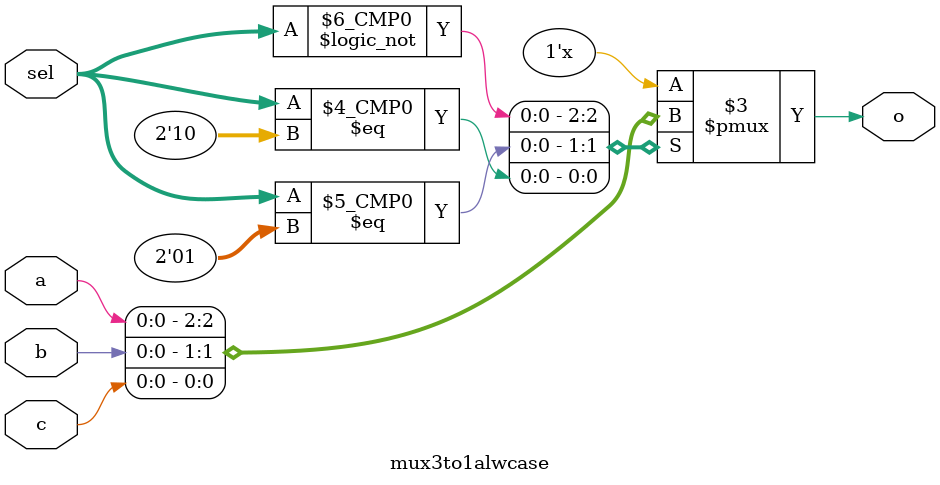
<source format=v>

module mux3to1alwcase(input wire a,input wire b,input wire c,input wire[1:0] sel,output reg o);   // initialised the module and declared the inputs and outputs 

always @(*) // initialised always  
begin 
case (sel)   // using case in always to give output its value
2'b00 : o = a;
2'b01 : o = b;
2'b10 : o = c;
2'b11 : o = 1'bx;
endcase
end 
endmodule   //ending module
</source>
